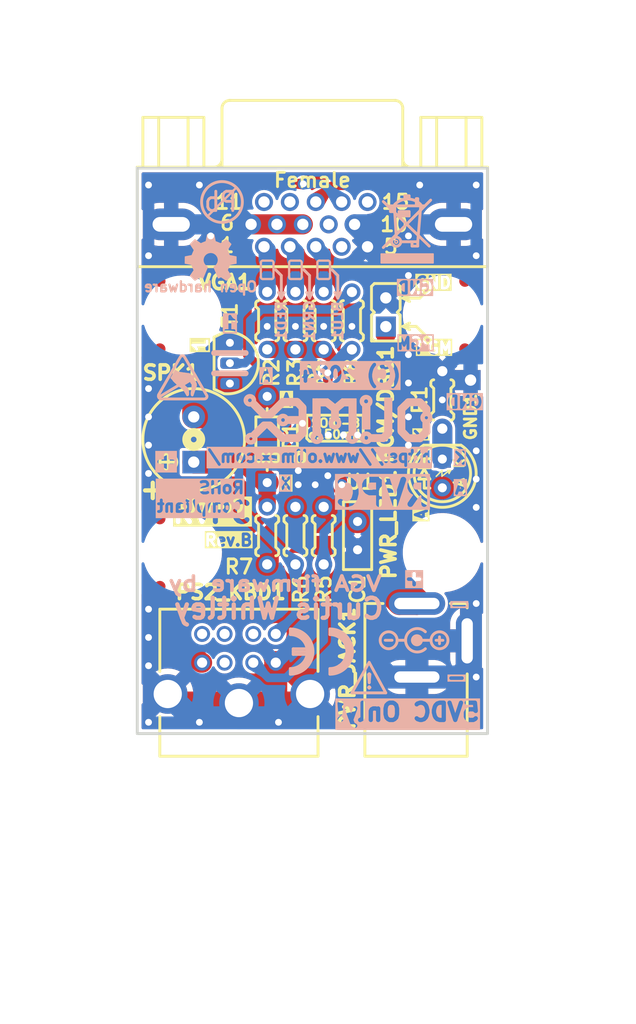
<source format=kicad_pcb>
(kicad_pcb (version 20221018) (generator pcbnew)
  (title_block (title "RVPC") (date "2024-09-13") (rev "B") (company "OLIMEX LTD.") (comment 1 "https://www.olimex.com/"))
  (layers (0 "F.Cu" signal) (31 "B.Cu" signal) (34 "B.Paste" user) (35 "F.Paste" user) (36 "B.SilkS" user "B.Silkscreen") (37 "F.SilkS" user "F.Silkscreen") (38 "B.Mask" user) (39 "F.Mask" user) (44 "Edge.Cuts" user))
  (net 0 "")
  (net 1 "+5V")
  (net 2 "GND")
  (net 3 "Net-(D1-K)")
  (net 4 "Net-(D1-A)")
  (net 11 "/PD1\\SWIO\\KBD_CLK")
  (net 12 "/PA2\\KBD_DAT")
  (net 17 "Net-(PWR_LED1-K)")
  (net 18 "/PC2\\T2CH2_1\\Video_Out")
  (net 19 "Net-(T1-B)")
  (net 20 "/PC4\\T1CH4_2\\Audio")
  (net 21 "/PD6\\T2CH3_3\\VSync")
  (net 22 "/PC1\\T2CH4_1\\HSync")
  (net 28 "Net-(R2-Pad1)")
  (net 29 "Net-(VGA1-Blue)")
  (net 30 "Net-(VGA1-Green)")
  (net 31 "Net-(VGA1-Red)")
  (net 32 "Net-(BLU1-Pad2)")
  (net 33 "Net-(GRN1-Pad2)")
  (footprint "OLIMEX_Diodes-FP:DO35_1K_2A" (layer "F.Cu") (at 141.5 94 90)
    (fp_text reference "D1")
    (fp_text value "1N4148/DO35")
  )
  (footprint "OLIMEX_Transistors-FP:TO-92_PTH" (layer "F.Cu") (at 138.2 87.25 90)
    (fp_text reference "T1")
    (fp_text value "2N3904")
  )
  (footprint "OLIMEX_Other-FP:Fiducial1x3_Paste" (layer "F.Cu") (at 132 86)
    (fp_text reference "FID5" hide)
    (fp_text value "Fiducial" hide)
  )
  (footprint "OLIMEX_Other-FP:Mounting_Hole_Drill-3.3mm_Clerance-7mm" (layer "F.Cu") (at 157 83)
    (fp_text reference "MH3" hide)
    (fp_text value "Mounting_Hole_NPTH" hide)
  )
  (footprint "OLIMEX_RLC-FP:R_0.125W_PTH" (layer "F.Cu") (at 157 90.5 90)
    (fp_text reference "R1")
    (fp_text value "2k/1/8W")
  )
  (footprint "OLIMEX_RLC-FP:R_0.125W_PTH" (layer "F.Cu") (at 149 83.5 -90)
    (fp_text reference "R8")
    (fp_text value "2k/1/8W")
  )
  (footprint "OLIMEX_Other-FP:Fiducial1x3" (layer "F.Cu") (at 132 80)
    (fp_text reference "FID2" hide)
    (fp_text value "Fiducial" hide)
  )
  (footprint "OLIMEX_RLC-FP:R_0.125W_PTH" (layer "F.Cu") (at 141.5 83.5 -90)
    (fp_text reference "R2")
    (fp_text value "470R/1/8W")
  )
  (footprint "OLIMEX_Connectors-FP:VGA15-F(HDR15-3.08-14.5T)_DrillSlot" (layer "F.Cu") (at 145.5 71.37 180)
    (fp_text reference "VGA1")
    (fp_text value "HDR15-3.08-14.5T/VGA15/14.5mm")
  )
  (footprint "OLIMEX_Other-FP:TEST_PAD40x70_SQUARE" (layer "F.Cu") (at 159.5 88.75 90)
    (fp_text reference "GND1")
    (fp_text value "TESTPAD" hide)
  )
  (footprint "OLIMEX_Other-FP:Fiducial1x3" (layer "F.Cu") (at 132 107)
    (fp_text reference "FID1" hide)
    (fp_text value "Fiducial" hide)
  )
  (footprint "OLIMEX_RLC-FP:R_0.125W_PTH" (layer "F.Cu") (at 146.5 83.5 -90)
    (fp_text reference "R4")
    (fp_text value "470R/1/8W")
  )
  (footprint "OLIMEX_Connectors-FP:PWRJ-2mm(YDJ-1136)" (layer "F.Cu") (at 159.5 108.5 90)
    (fp_text reference "PWR_JACK1")
    (fp_text value "PWRJ-2mm(YDJ-1134)")
  )
  (footprint "OLIMEX_Other-FP:Mounting_Hole_Drill-3.3mm_Clerance-7mm" (layer "F.Cu") (at 134 83)
    (fp_text reference "MH2" hide)
    (fp_text value "Mounting_Hole_NPTH" hide)
  )
  (footprint "OLIMEX_Other-FP:Mounting_Hole_Drill-3.3mm_Clerance-7mm" (layer "F.Cu") (at 157 104)
    (fp_text reference "MH4" hide)
    (fp_text value "Mounting_Hole_NPTH" hide)
  )
  (footprint "OLIMEX_RLC-FP:R_0.125W_PTH" (layer "F.Cu") (at 144 83.5 -90)
    (fp_text reference "R3")
    (fp_text value "470R/1/8W")
  )
  (footprint "OLIMEX_RLC-FP:C2010" (layer "F.Cu") (at 149.5 102.5 90)
    (fp_text reference "C1")
    (fp_text value "100nF/25V/2010")
  )
  (footprint "OLIMEX_RLC-FP:R_0.125W_PTH" (layer "F.Cu") (at 146.5 102.5 -90)
    (fp_text reference "R5")
    (fp_text value "2k/1/8W")
  )
  (footprint "OLIMEX_IC-FP:SOIC-8_150mil" (layer "F.Cu") (at 147.5 93)
    (fp_text reference "U1")
    (fp_text value "CH32V003J4M6(SOP8)")
  )
  (footprint "OLIMEX_RLC-FP:R_0.125W_PTH" (layer "F.Cu") (at 141.5 102.5 90)
    (fp_text reference "R7")
    (fp_text value "100R/1/8W")
  )
  (footprint "OLIMEX_Connectors-FP:PS2_MDR6_MINI-DIN" (layer "F.Cu") (at 139 115.5)
    (fp_text reference "PS2_KBD1")
    (fp_text value "MDR6_MINI-DIN")
  )
  (footprint "OLIMEX_Other-FP:Fiducial1x3_Paste" (layer "F.Cu") (at 159 86)
    (fp_text reference "FID6" hide)
    (fp_text value "Fiducial" hide)
  )
  (footprint "OLIMEX_Other-FP:Mounting_Hole_Drill-3.3mm_Clerance-7mm" (layer "F.Cu") (at 134 104)
    (fp_text reference "MH1" hide)
    (fp_text value "Mounting_Hole_NPTH" hide)
  )
  (footprint "OLIMEX_Other-FP:Fiducial1x3_Paste" (layer "F.Cu") (at 132 101)
    (fp_text reference "FID4" hide)
    (fp_text value "Fiducial" hide)
  )
  (footprint "OLIMEX_RLC-FP:R_0.125W_PTH" (layer "F.Cu") (at 144 102.5 -90)
    (fp_text reference "R6")
    (fp_text value "2k/1/8W")
  )
  (footprint "OLIMEX_Other-FP:Fiducial1x3" (layer "F.Cu") (at 159 80)
    (fp_text reference "FID3" hide)
    (fp_text value "Fiducial" hide)
  )
  (footprint "OLIMEX_LEDs-FP:LED-5mm-PTH-KA" (layer "F.Cu") (at 157 97 -90)
    (fp_text reference "PWR_LED1")
    (fp_text value "LED/PTH/5MM/RED")
  )
  (footprint "OLIMEX_Devices-FP:Speaker_QMB-09B-03_1-Plus_2-Minus" (layer "F.Cu") (at 135 94 90)
    (fp_text reference "SPK1")
    (fp_text value "Speaker_QMB-09B-03(1.5-5.0V_2.7kHz_F9.0mm*H5.5mm)")
  )
  (footprint "OLIMEX_Connectors-FP:HN1x2" (layer "F.Cu") (at 152 82.75 90)
    (fp_text reference "PGM/DBG1")
    (fp_text value "NS(HN1x2)")
  )
  (footprint "OLIMEX_Signs-FP:Logo_OLIMEX_TB" (layer "B.Cu") (at 147.6 92.2 180)
    (fp_text reference "Logo_OLIMEX_TB" hide)
    (fp_text value "Logo_OLIMEX_TB" hide)
  )
  (footprint "OLIMEX_Jumpers-FP:SJ_1_SMALLER" (layer "B.Cu") (at 141.5 79 -90)
    (fp_text reference "RED1")
    (fp_text value "Opened" hide)
  )
  (footprint "OLIMEX_Jumpers-FP:SJ_1_SMALLER" (layer "B.Cu") (at 146.5 79 -90)
    (fp_text reference "BLU1")
    (fp_text value "Opened" hide)
  )
  (footprint "OLIMEX_Signs-FP:Sign_RecycleBin_1" (layer "B.Cu") (at 156.2225 78.423 180)
    (fp_text reference "Sign_RecycleBin_1" hide)
    (fp_text value "Sign_RecycleBin_1" hide)
  )
  (footprint "OLIMEX_Signs-FP:Sign_Antistatic_4.5mmX2.8mm" (layer "B.Cu") (at 134 88.5 180)
    (fp_text reference "Sign_Antistatic_Small")
    (fp_text value "Sign_Antistatic")
  )
  (footprint "OLIMEX_Jumpers-FP:SJ_1_SMALLER" (layer "B.Cu") (at 144 79 -90)
    (fp_text reference "GRN1")
    (fp_text value "Soldered" hide)
  )
  (footprint "OLIMEX_Signs-FP:Sign_PB-Free" (layer "B.Cu") (at 137.2968 73.31496 180)
    (fp_text reference "Sign_PB-Free")
    (fp_text value "Sign_PB-Free")
  )
  (footprint "OLIMEX_Signs-FP:Sign_OSHW_7.3x6.0mmn" (layer "B.Cu") (at 136.5 78.6 180)
    (fp_text reference "Sign_OSHW_7.3x6.0mm" hide)
    (fp_text value "Sign_OSHW_7.3x6.0mm" hide)
  )
  (footprint "OLIMEX_Signs-FP:CE_Sign" (layer "B.Cu") (at 145.3 112.75 180)
    (fp_text reference "Sign_CE" hide)
    (fp_text value "CE_Sign" hide)
  )
  (gr_circle (center 156.75 111.75) (end 157.5 111.75) (stroke (width 0.254)) (fill none) (layer "B.SilkS"))
  (gr_line (start 147.75 81.5) (end 147.75 79.5) (stroke (width 0.254)) (layer "B.SilkS"))
  (gr_line (start 155.15 111.75) (end 156 111.75) (stroke (width 0.254)) (layer "B.SilkS"))
  (gr_line (start 142.75 81.5) (end 143 81) (stroke (width 0.254)) (layer "B.SilkS"))
  (gr_line (start 156.45 111.75) (end 157.05 111.75) (stroke (width 0.254)) (layer "B.SilkS"))
  (gr_line (start 151.95 111.75) (end 152.55 111.75) (stroke (width 0.254)) (layer "B.SilkS"))
  (gr_line (start 139.6 88.15) (end 136.8 88.15) (stroke (width 0.508)) (layer "B.SilkS"))
  (gr_line (start 139.6 86.35) (end 136.8 86.35) (stroke (width 0.508)) (layer "B.SilkS"))
  (gr_line (start 145.25 81.5) (end 145 81) (stroke (width 0.254)) (layer "B.SilkS"))
  (gr_line (start 142.75 81.5) (end 142.75 79.5) (stroke (width 0.254)) (layer "B.SilkS"))
  (gr_line (start 156.75 111.45) (end 156.75 112.05) (stroke (width 0.254)) (layer "B.SilkS"))
  (gr_circle (center 154.75 111.75) (end 155.15 111.75) (stroke (width 0.254)) (fill solid) (layer "B.SilkS"))
  (gr_line (start 147.25 79) (end 147.75 79.5) (stroke (width 0.254)) (layer "B.SilkS"))
  (gr_line (start 145.25 81.5) (end 145.25 79.5) (stroke (width 0.254)) (layer "B.SilkS"))
  (gr_line (start 149 116.4) (end 152 116.4) (stroke (width 0.254)) (layer "B.SilkS"))
  (gr_line (start 145.25 81.5) (end 145.5 81) (stroke (width 0.254)) (layer "B.SilkS"))
  (gr_arc (start 155.5 112.5) (mid 153.749976 111.75) (end 155.5 111) (stroke (width 0.254)) (layer "B.SilkS"))
  (gr_line (start 150.525 113.7) (end 149 116.4) (stroke (width 0.254)) (layer "B.SilkS"))
  (gr_line (start 142.25 79) (end 142.75 79.5) (stroke (width 0.254)) (layer "B.SilkS"))
  (gr_line (start 147.75 81.5) (end 147.5 81) (stroke (width 0.254)) (layer "B.SilkS"))
  (gr_line (start 142.75 81.5) (end 142.5 81) (stroke (width 0.254)) (layer "B.SilkS"))
  (gr_line (start 147.75 81.5) (end 148 81) (stroke (width 0.254)) (layer "B.SilkS"))
  (gr_line (start 153 111.75) (end 153.75 111.75) (stroke (width 0.254)) (layer "B.SilkS"))
  (gr_circle (center 152.25 111.75) (end 153 111.75) (stroke (width 0.254)) (fill none) (layer "B.SilkS"))
  (gr_line (start 152 116.4) (end 150.525 113.7) (stroke (width 0.254)) (layer "B.SilkS"))
  (gr_line (start 144.75 79) (end 145.25 79.5) (stroke (width 0.254)) (layer "B.SilkS"))
  (gr_line (start 153.5 81.5) (end 154.1 81.8) (stroke (width 0.254)) (layer "F.SilkS"))
  (gr_line (start 153.5 84) (end 154.1 84.3) (stroke (width 0.254)) (layer "F.SilkS"))
  (gr_line (start 153.5 81.5) (end 155 81.5) (stroke (width 0.254)) (layer "F.SilkS"))
  (gr_line (start 154.7 84) (end 155.9 85.2) (stroke (width 0.254)) (layer "F.SilkS"))
  (gr_line (start 153.5 84) (end 154.1 83.7) (stroke (width 0.254)) (layer "F.SilkS"))
  (gr_line (start 153.5 84) (end 154.7 84) (stroke (width 0.254)) (layer "F.SilkS"))
  (gr_line (start 155.5 84.8) (end 155.5 85.1) (stroke (width 0.254)) (layer "F.SilkS"))
  (gr_line (start 155 81.5) (end 155.7 80.8) (stroke (width 0.254)) (layer "F.SilkS"))
  (gr_line (start 155.4 81.1) (end 155.4 80.9) (stroke (width 0.254)) (layer "F.SilkS"))
  (gr_line (start 153.5 81.5) (end 154.1 81.2) (stroke (width 0.254)) (layer "F.SilkS"))
  (gr_rect (start 130 70) (end 161 120) (stroke (width 0.254)) (fill none) (layer "Edge.Cuts"))
  (gr_text "+" (at 133.75 96.75) (layer "B.SilkS" knockout) (effects (font (size 1.524 1.524) (thickness 0.381) bold) (justify left bottom mirror)))
  (gr_text "RoHS\nCompliant" (at 139.6 100.5) (layer "B.SilkS" knockout) (effects (font (size 1.016 1.016) (thickness 0.254) bold) (justify left bottom mirror)))
  (gr_text "Curtis Whitley" (at 152 110) (layer "B.SilkS") (effects (font (size 1.778 1.778) (thickness 0.381) bold) (justify left bottom mirror)))
  (gr_text "VGA firmware by" (at 151.8 107.5) (layer "B.SilkS") (effects (font (size 1.27 1.524) (thickness 0.3175) bold) (justify left bottom mirror)))
  (gr_text "-" (at 159.5 109.25) (layer "B.SilkS" knockout) (effects (font (size 1.27 1.27) (thickness 0.3175) bold) (justify left bottom mirror)))
  (gr_text "(C) 2024" (at 153.5 89) (layer "B.SilkS" knockout) (effects (font (size 1.27 1.27) (thickness 0.3175) bold) (justify left bottom mirror)))
  (gr_text "-" (at 159.25 115.75) (layer "B.SilkS" knockout) (effects (font (size 1.27 1.27) (thickness 0.3175) bold) (justify left bottom mirror)))
  (gr_text "RVPC" (at 156.25 100) (layer "B.SilkS" knockout) (effects (font (size 2.159 2.159) (thickness 0.508) bold) (justify left bottom mirror)))
  (gr_text "GND" (at 156.3 81.2) (layer "B.SilkS" knockout) (effects (font (size 1.016 1.016) (thickness 0.254) bold) (justify left bottom mirror)))
  (gr_text "!" (at 151 116.15) (layer "B.SilkS") (effects (font (size 1.27 1.27) (thickness 0.254) bold) (justify left bottom mirror)))
  (gr_text "+" (at 155.5 107) (layer "B.SilkS" knockout) (effects (font (size 1.27 1.27) (thickness 0.3175) bold) (justify left bottom mirror)))
  (gr_text "5VDC Only!" (at 160.5 119) (layer "B.SilkS" knockout) (effects (font (size 1.524 1.524) (thickness 0.381) bold) (justify left bottom mirror)))
  (gr_text "PGM" (at 156.4 86.1) (layer "B.SilkS" knockout) (effects (font (size 1.016 1.016) (thickness 0.254) bold) (justify left bottom mirror)))
  (gr_text "https://www.olimex.com/" (at 156.25 96.1) (layer "B.SilkS" knockout) (effects (font (size 1.016 1.016) (thickness 0.254) bold) (justify left bottom mirror)))
  (gr_text "A" (at 159.2 98.9) (layer "B.SilkS" knockout) (effects (font (size 1.016 1.016) (thickness 0.254) bold) (justify left bottom mirror)))
  (gr_text "A" (at 142 89) (layer "B.SilkS" knockout) (effects (font (size 1.016 1.016) (thickness 0.254) bold) (justify left bottom mirror)))
  (gr_text "K" (at 143.8 98.5) (layer "B.SilkS" knockout) (effects (font (size 1.016 1.016) (thickness 0.254) bold) (justify left bottom mirror)))
  (gr_text "K" (at 159.25 96.25) (layer "B.SilkS" knockout) (effects (font (size 1.016 1.016) (thickness 0.254) bold) (justify left bottom mirror)))
  (gr_text "GND" (at 160.7 91.3) (layer "B.SilkS" knockout) (effects (font (size 1.016 1.016) (thickness 0.254) bold) (justify left bottom mirror)))
  (gr_text "RVPC" (at 132.9 101.5) (layer "F.SilkS" knockout) (effects (font (size 1.778 1.778) (thickness 0.4445) bold) (justify left bottom)))
  (gr_text "A" (at 155.75 101.25 90) (layer "F.SilkS" knockout) (effects (font (size 1.016 1.016) (thickness 0.254) bold) (justify left bottom)))
  (gr_text "GND" (at 154.5 80.75) (layer "F.SilkS" knockout) (effects (font (size 1.016 1.016) (thickness 0.254) bold) (justify left bottom)))
  (gr_text "PGM" (at 154.5 86.5) (layer "F.SilkS" knockout) (effects (font (size 1.016 1.016) (thickness 0.254) bold) (justify left bottom)))
  (gr_text "K" (at 142.5 98.5) (layer "F.SilkS" knockout) (effects (font (size 1.016 1.016) (thickness 0.254) bold) (justify left bottom)))
  (gr_text "A" (at 142.6 91.1) (layer "F.SilkS" knockout) (effects (font (size 1.016 1.016) (thickness 0.254) bold) (justify left bottom)))
  (gr_text "Rev.B" (at 135.825 103.5) (layer "F.SilkS" knockout) (effects (font (size 1.016 1.016) (thickness 0.254) bold) (justify left bottom)))
  (gr_text "K" (at 155.75 94.25 90) (layer "F.SilkS" knockout) (effects (font (size 1.016 1.016) (thickness 0.254) bold) (justify left bottom)))
  (segment (start 139.21 105.04) (end 133.892 110.358) (width 1.778) (layer "F.Cu") (net 1))
  (segment (start 133.892 111.955467) (end 135.666533 113.73) (width 1.778) (layer "F.Cu") (net 1))
  (segment (start 154.75 108.13659) (end 152.61341 106) (width 2.032) (layer "F.Cu") (net 1))
  (segment (start 151 101.25) (end 152.5 101.25) (width 2.032) (layer "F.Cu") (net 1))
  (segment (start 144 99.96) (end 146.5 99.96) (width 2.032) (layer "F.Cu") (net 1))
  (segment (start 149.405 98.305) (end 147.75 99.96) (width 0.762) (layer "F.Cu") (net 1))
  (segment (start 141.5 103.96237) (end 144.21237 101.25) (width 2.032) (layer "F.Cu") (net 1))
  (segment (start 146.25 101.25) (end 149.5 101.25) (width 2.032) (layer "F.Cu") (net 1))
  (segment (start 149.405 95.5) (end 149.405 94.743) (width 0.762) (layer "F.Cu") (net 1))
  (segment (start 157 98.27) (end 155.48 98.27) (width 2.032) (layer "F.Cu") (net 1))
  (segment (start 152.483999 103.5) (end 152.483999 106) (width 2.032) (layer "F.Cu") (net 1))
  (segment (start 135.666533 113.73) (end 135.74 113.73) (width 1.778) (layer "F.Cu") (net 1))
  (segment (start 141.5 105.04) (end 139.21 105.04) (width 1.778) (layer "F.Cu") (net 1))
  (segment (start 144 100.25) (end 144 99.96) (width 1.778) (layer "F.Cu") (net 1))
  (segment (start 155.48 98.27) (end 151.25 98.27) (width 2.032) (layer "F.Cu") (net 1))
  (segment (start 152.483999 102.129411) (end 152.483999 102.733999) (width 2.032) (layer "F.Cu") (net 1))
  (segment (start 154.75 108.5) (end 154.75 108.13659) (width 2.032) (layer "F.Cu") (net 1))
  (segment (start 149.405 96.425) (end 149.405 97.425) (width 0.762) (layer "F.Cu") (net 1))
  (segment (start 155.48 98.27) (end 154 99.75) (width 2.032) (layer "F.Cu") (net 1))
  (segment (start 149.405 95.5) (end 149.405 97.75) (width 0.762) (layer "F.Cu") (net 1))
  (segment (start 141.5 103.75) (end 141.5 105.04) (width 2.032) (layer "F.Cu") (net 1))
  (segment (start 157 98.27) (end 156.34341 98.27) (width 2.032) (layer "F.Cu") (net 1))
  (segment (start 148.21 99.96) (end 149.5 101.25) (width 2.032) (layer "F.Cu") (net 1))
  (segment (start 153.2 108.5) (end 154.75 108.5) (width 2.032) (layer "F.Cu") (net 1))
  (segment (start 149.405 95.5) (end 149.405 96.425) (width 0.762) (layer "F.Cu") (net 1))
  (segment (start 156.34341 98.27) (end 152.483999 102.129411) (width 2.032) (layer "F.Cu") (net 1))
  (segment (start 133.892 110.358) (end 133.892 111.955467) (width 1.778) (layer "F.Cu") (net 1))
  (segment (start 152.483999 102.733999) (end 151 101.25) (width 2.032) (layer "F.Cu") (net 1))
  (segment (start 147.75 99.96) (end 148.21 99.96) (width 2.032) (layer "F.Cu") (net 1))
  (segment (start 149.5 101.25) (end 151 101.25) (width 2.032) (layer "F.Cu") (net 1))
  (segment (start 149.405 97.75) (end 149.405 101.155) (width 0.762) (layer "F.Cu") (net 1))
  (segment (start 149.405 97.425) (end 150.25 98.27) (width 0.762) (layer "F.Cu") (net 1))
  (segment (start 139.21 105.04) (end 144 100.25) (width 1.778) (layer "F.Cu") (net 1))
  (segment (start 154 99.75) (end 152.5 101.25) (width 2.032) (layer "F.Cu") (net 1))
  (segment (start 153.79 99.96) (end 154 99.75) (width 2.032) (layer "F.Cu") (net 1))
  (segment (start 151.25 98.27) (end 150.25 98.27) (width 2.032) (layer "F.Cu") (net 1))
  (segment (start 144 99.96) (end 144 101.25) (width 2.032) (layer "F.Cu") (net 1))
  (segment (start 152.483999 106) (end 152.483999 107.783999) (width 2.032) (layer "F.Cu") (net 1))
  (segment (start 152.483999 103.5) (end 152.483999 102.733999) (width 2.032) (layer "F.Cu") (net 1))
  (segment (start 144.21237 101.25) (end 146.25 101.25) (width 2.032) (layer "F.Cu") (net 1))
  (segment (start 146.5 99.96) (end 147.75 99.96) (width 2.032) (layer "F.Cu") (net 1))
  (segment (start 146.5 99.96) (end 153.79 99.96) (width 2.032) (layer "F.Cu") (net 1))
  (segment (start 149.405 97.75) (end 149.405 98.305) (width 0.762) (layer "F.Cu") (net 1))
  (segment (start 152.5 101.25) (end 152.483999 101.266001) (width 2.032) (layer "F.Cu") (net 1))
  (segment (start 152.483999 101.266001) (end 152.483999 103.5) (width 2.032) (layer "F.Cu") (net 1))
  (segment (start 152.483999 107.783999) (end 153.2 108.5) (width 2.032) (layer "F.Cu") (net 1))
  (segment (start 141.5 105.04) (end 141.5 103.96237) (width 2.032) (layer "F.Cu") (net 1))
  (segment (start 149.405 101.155) (end 149.5 101.25) (width 0.762) (layer "F.Cu") (net 1))
  (segment (start 144 101.25) (end 141.5 103.75) (width 2.032) (layer "F.Cu") (net 1))
  (segment (start 144 101.25) (end 146.25 101.25) (width 2.032) (layer "F.Cu") (net 1))
  (segment (start 149.405 96.425) (end 151.25 98.27) (width 0.762) (layer "F.Cu") (net 1))
  (segment (start 142.26 113.73) (end 145 113.73) (width 2.032) (layer "F.Cu") (net 2))
  (segment (start 142.25 117.3) (end 139 117.3) (width 2.032) (layer "F.Cu") (net 2))
  (segment (start 154.75 115) (end 149.5 115) (width 2.032) (layer "F.Cu") (net 2))
  (segment (start 144.5 117.3) (end 142.25 117.3) (width 2.032) (layer "F.Cu") (net 2))
  (segment (start 148.07 113.73) (end 148.15 113.65) (width 2.032) (layer "F.Cu") (net 2))
  (segment (start 135.5 117.3) (end 139 117.3) (width 2.032) (layer "F.Cu") (net 2))
  (segment (start 160 119) (end 160 116.6) (width 1.016) (layer "F.Cu") (net 2))
  (segment (start 149.95 111.8) (end 149.5 112.25) (width 2.032) (layer "F.Cu") (net 2))
  (segment (start 160 71.5) (end 160 77.75) (width 1.016) (layer "F.Cu") (net 2))
  (segment (start 146.865 93.635) (end 146.9 93.6) (width 1.016) (layer "F.Cu") (net 2))
  (segment (start 149.235 74.98) (end 150.38 76.125) (width 1.778) (layer "F.Cu") (net 2))
  (segment (start 154.7 119) (end 160 119) (width 1.016) (layer "F.Cu") (net 2))
  (segment (start 154.7 119) (end 154.75 118.95) (width 1.016) (layer "F.Cu") (net 2))
  (segment (start 145.3 114.03) (end 145 113.73) (width 2.032) (layer "F.Cu") (net 2))
  (segment (start 149.5 103.75) (end 149.5 109.5) (width 2.032) (layer "F.Cu") (net 2))
  (segment (start 160 115) (end 160 108.5) (width 1.016) (layer "F.Cu") (net 2))
  (segment (start 159.2 114.3) (end 158.5 115) (width 2.032) (layer "F.Cu") (net 2))
  (segment (start 146.065008 98) (end 146.865006 97.200002) (width 1.016) (layer "F.Cu") (net 2))
  (segment (start 144.25 98) (end 144.25 96.75) (width 1.016) (layer "F.Cu") (net 2))
  (segment (start 131 119) (end 154.7 119) (width 1.016) (layer "F.Cu") (net 2))
  (segment (start 148.15 113.65) (end 149.5 112.3) (width 2.032) (layer "F.Cu") (net 2))
  (segment (start 160 116.5) (end 158.5 115) (width 1.016) (layer "F.Cu") (net 2))
  (segment (start 149.5 115) (end 146.8 115) (width 2.032) (layer "F.Cu") (net 2))
  (segment (start 145.5 98) (end 145.75 98) (width 1.016) (layer "F.Cu") (net 2))
  (segment (start 146.9 93.6) (end 147.5 93.6) (width 1.016) (layer "F.Cu") (net 2))
  (segment (start 157 87.96) (end 157.79 88.75) (width 1.778) (layer "F.Cu") (net 2))
  (segment (start 145 97.5) (end 145.043 97.543) (width 1.016) (layer "F.Cu") (net 2))
  (segment (start 146.8 115) (end 148.15 113.65) (width 2.032) (layer "F.Cu") (net 2))
  (segment (start 156.25 88.75) (end 156.23 88.73) (width 1.778) (layer "F.Cu") (net 2))
  (segment (start 145.3 116.5) (end 144.5 117.3) (width 2.032) (layer "F.Cu") (net 2))
  (segment (start 146.8 115) (end 145.3 116.5) (width 2.032) (layer "F.Cu") (net 2))
  (segment (start 149.5 112.25) (end 149.5 115) (width 2.032) (layer "F.Cu") (net 2))
  (segment (start 150.38 76.125) (end 150.38 76.96) (width 1.778) (layer "F.Cu") (net 2))
  (segment (start 146.522008 97.543) (end 146.865006 97.200002) (width 1.016) (layer "F.Cu") (net 2))
  (segment (start 154.75 115) (end 154.75 112.05) (width 2.032) (layer "F.Cu") (net 2))
  (segment (start 132.7 116.5) (end 133.5 117.3) (width 2.032) (layer "F.Cu") (net 2))
  (segment (start 154.75 112.05) (end 154.5 111.8) (width 2.032) (layer "F.Cu") (net 2))
  (segment (start 154.75 118.95) (end 154.75 115) (width 1.016) (layer "F.Cu") (net 2))
  (segment (start 131 71.5) (end 135.5 71.5) (width 1.016) (layer "F.Cu") (net 2))
  (segment (start 151.8 111.8) (end 149.5 109.5) (width 2.032) (layer "F.Cu") (net 2))
  (segment (start 145.3 116.5) (end 145.3 114.03) (width 2.032) (layer "F.Cu") (net 2))
  (segment (start 131 114) (end 131 119) (width 1.016) (layer "F.Cu") (net 2))
  (segment (start 154.5 111.8) (end 152.5 111.8) (width 2.032) (layer "F.Cu") (net 2))
  (segment (start 146.865006 97.065006) (end 146.865006 97.200002) (width 0.762) (layer "F.Cu") (net 2))
  (segment (start 142.26 117.29) (end 142.25 117.3) (width 2.032) (layer "F.Cu") (net 2))
  (segment (start 146.865 96.885) (end 145.75 98) (width 1.016) (layer "F.Cu") (net 2))
  (segment (start 133.5 117.3) (end 135.5 117.3) (width 2.032) (layer "F.Cu") (net 2))
  (segment (start 142.26 113.73) (end 142.26 117.29) (width 2.032) (layer "F.Cu") (net 2))
  (segment (start 151.36 93.6) (end 156.23 88.73) (width 1.016) (layer "F.Cu") (net 2))
  (segment (start 146.865 95.5) (end 146.865 94.235) (width 1.016) (layer "F.Cu") (net 2))
  (segment (start 159.2 111.8) (end 159.2 114.3) (width 2.032) (layer "F.Cu") (net 2))
  (segment (start 146.865 95.5) (end 146.865 96.885) (width 1.016) (layer "F.Cu") (net 2))
  (segment (start 142.5 117.55) (end 142.25 117.3) (width 1.016) (layer "F.Cu") (net 2))
  (segment (start 142.5 119) (end 142.5 117.55) (width 1.016) (layer "F.Cu") (net 2))
  (segment (start 152.5 111.8) (end 151.8 111.8) (width 2.032) (layer "F.Cu") (net 2))
  (segment (start 144.25 96.75) (end 145 97.5) (width 1.016) (layer "F.Cu") (net 2))
  (segment (start 144.25 98) (end 146.065008 98) (width 1.016) (layer "F.Cu") (net 2))
  (segment (start 145.043 97.543) (end 146.522008 97.543) (width 1.016) (layer "F.Cu") (net 2))
  (segment (start 131 71.5) (end 131 77.75) (width 1.016) (layer "F.Cu") (net 2))
  (segment (start 152.5 111.8) (end 149.95 111.8) (width 2.032) (layer "F.Cu") (net 2))
  (segment (start 149.5 112.3) (end 149.5 112.25) (width 2.032) (layer "F.Cu") (net 2))
  (segment (start 156.23 88.73) (end 157 87.96) (width 1.778) (layer "F.Cu") (net 2))
  (segment (start 158.5 115) (end 154.75 115) (width 2.032) (layer "F.Cu") (net 2))
  (segment (start 146.865 95.5) (end 146.865 97.199996) (width 1.016) (layer "F.Cu") (net 2))
  (segment (start 160 116.6) (end 160 116.5) (width 1.016) (layer "F.Cu") (net 2))
  (segment (start 155 71.5) (end 160 71.5) (width 1.016) (layer "F.Cu") (net 2))
  (segment (start 146.865 95.5) (end 146.865 93.635) (width 1.016) (layer "F.Cu") (net 2))
  (segment (start 145 97.5) (end 145.5 98) (width 1.016) (layer "F.Cu") (net 2))
  (segment (start 146.865 94.235) (end 147.5 93.6) (width 1.016) (layer "F.Cu") (net 2))
  (segment (start 135.5 119) (end 135.5 117.3) (width 1.016) (layer "F.Cu") (net 2))
  (segment (start 159.2 111.8) (end 154.5 111.8) (width 2.032) (layer "F.Cu") (net 2))
  (segment (start 144.655 74.98) (end 140.075 74.98) (width 1.778) (layer "F.Cu") (net 2))
  (segment (start 147.5 93.6) (end 151.36 93.6) (width 1.016) (layer "F.Cu") (net 2))
  (segment (start 149.5 109.5) (end 149.5 112.25) (width 2.032) (layer "F.Cu") (net 2))
  (segment (start 160 116.6) (end 160 115) (width 1.016) (layer "F.Cu") (net 2))
  (segment (start 157.79 88.75) (end 156.25 88.75) (width 1.778) (layer "F.Cu") (net 2))
  (segment (start 131 114) (end 131 109) (width 1.016) (layer "F.Cu") (net 2))
  (segment (start 146.865 97.199996) (end 146.865006 97.200002) (width 1.016) (layer "F.Cu") (net 2))
  (segment (start 145 113.73) (end 148.07 113.73) (width 2.032) (layer "F.Cu") (net 2))
  (segment (start 157.79 88.75) (end 159.5 88.75) (width 1.778) (layer "F.Cu") (net 2))
  (via (at 146.5 84) (size 1) (drill 0.6) (layers "F.Cu" "B.Cu") (net 2))
  (via (at 131 97) (size 1) (drill 0.6) (layers "F.Cu" "B.Cu") (net 2))
  (via (at 131 111.5) (size 1) (drill 0.6) (layers "F.Cu" "B.Cu") (net 2))
  (via (at 154 92) (size 1) (drill 0.6) (layers "F.Cu" "B.Cu") (net 2))
  (via (at 142.5 119) (size 1) (drill 0.6) (layers "F.Cu" "B.Cu") (net 2))
  (via (at 160 97.5) (size 1) (drill 0.6) (layers "F.Cu" "B.Cu") (net 2))
  (via (at 136.5 76) (size 1) (drill 0.6) (layers "F.Cu" "B.Cu") (net 2))
  (via (at 160 108.5) (size 1) (drill 0.6) (layers "F.Cu" "B.Cu") (net 2))
  (via (at 154 86.5) (size 1) (drill 0.6) (layers "F.Cu" "B.Cu") (net 2))
  (via (at 131 92) (size 1) (drill 0.6) (layers "F.Cu" "B.Cu") (net 2))
  (via (at 160 77.75) (size 1) (drill 0.6) (layers "F.Cu" "B.Cu") (net 2))
  (via (at 160 95) (size 1) (drill 0.6) (layers "F.Cu" "B.Cu") (net 2))
  (via (at 154 89) (size 1) (drill 0.6) (layers "F.Cu" "B.Cu") (net 2))
  (via (at 155 71.5) (size 1) (drill 0.6) (layers "F.Cu" "B.Cu") (net 2))
  (via (at 149 84) (size 1) (drill 0.6) (layers "F.Cu" "B.Cu") (net 2))
  (via (at 144.25 96.75) (size 1) (drill 0.6) (layers "F.Cu" "B.Cu") (net 2))
  (via (at 145.75 98) (size 1) (drill 0.6) (layers "F.Cu" "B.Cu") (net 2))
  (via (at 157 90.5) (size 1) (drill 0.6) (layers "F.Cu" "B.Cu") (net 2))
  (via (at 131 114) (size 1) (drill 0.6) (layers "F.Cu" "B.Cu") (net 2))
  (via (at 154 76) (size 1) (drill 0.6) (layers "F.Cu" "B.Cu") (net 2))
  (via (at 135.5 71.5) (size 1) (drill 0.6) (layers "F.Cu" "B.Cu") (net 2))
  (via (at 148.25 93.6) (size 1) (drill 0.6) (layers "F.Cu" "B.Cu") (net 2))
  (via (at 154 94.5) (size 1) (drill 0.6) (layers "F.Cu" "B.Cu") (net 2))
  (via (at 141.5 84) (size 1) (drill 0.6) (layers "F.Cu" "B.Cu") (net 2))
  (via (at 160 71.5) (size 1) (drill 0.6) (layers "F.Cu" "B.Cu") (net 2))
  (via (at 131 71.5) (size 1) (drill 0.6) (layers "F.Cu" "B.Cu") (net 2))
  (via (at 149.5 93.6) (size 1) (drill 0.6) (layers "F.Cu" "B.Cu") (net 2))
  (via (at 144.25 98) (size 1) (drill 0.6) (layers "F.Cu" "B.Cu") (net 2))
  (via (at 131 119) (size 1) (drill 0.6) (layers "F.Cu" "B.Cu") (net 2))
  (via (at 131 109) (size 1) (drill 0.6) (layers "F.Cu" "B.Cu") (net 2))
  (via (at 146.9 93.6) (size 1) (drill 0.6) (layers "F.Cu" "B.Cu") (net 2))
  (via (at 154 79.5) (size 1) (drill 0.6) (layers "F.Cu" "B.Cu") (net 2))
  (via (at 135.5 119) (size 1) (drill 0.6) (layers "F.Cu" "B.Cu") (net 2))
  (via (at 131 94.5) (size 1) (drill 0.6) (layers "F.Cu" "B.Cu") (net 2))
  (via (at 131 89.5) (size 1) (drill 0.6) (layers "F.Cu" "B.Cu") (net 2))
  (via (at 131 77.75) (size 1) (drill 0.6) (layers "F.Cu" "B.Cu") (net 2))
  (via (at 160 100) (size 1) (drill 0.6) (layers "F.Cu" "B.Cu") (net 2))
  (via (at 160 115) (size 1) (drill 0.6) (layers "F.Cu" "B.Cu") (net 2))
  (via (at 146.865006 97.2) (size 1) (drill 0.6) (layers "F.Cu" "B.Cu") (net 2))
  (via (at 144 84) (size 1) (drill 0.6) (layers "F.Cu" "B.Cu") (net 2))
  (segment (start 159.2 111.8) (end 154.75 111.8) (width 2.032) (layer "B.Cu") (net 2))
  (segment (start 150.63137 103.75) (end 152 102.38137) (width 2.032) (layer "B.Cu") (net 2))
  (segment (start 152.75 74.98) (end 154 74.98) (width 1.778) (layer "B.Cu") (net 2))
  (segment (start 152 102.38137) (end 149.5 104.88137) (width 2.032) (layer "B.Cu") (net 2))
  (segment (start 138.857 76.198) (end 139.0775 75.9775) (width 1.016) (layer "B.Cu") (net 2))
  (segment (start 152.2 115) (end 149.5 115) (width 2.032) (layer "B.Cu") (net 2))
  (segment (start 149.5 109.75) (end 151.55 111.8) (width 2.032) (layer "B.Cu") (net 2))
  (segment (start 159.2 118.05) (end 158.647 118.603) (width 2.032) (layer "B.Cu") (net 2))
  (segment (start 139.0775 75.9775) (end 140.075 74.98) (width 1.016) (layer "B.Cu") (net 2))
  (segment (start 152.6 87.96) (end 150.4 90.16) (width 1.778) (layer "B.Cu") (net 2))
  (segment (start 152 81.48) (end 151.47 81.48) (width 1.27) (layer "B.Cu") (net 2))
  (segment (start 152 75.34) (end 152.36 74.98) (width 1.778) (layer "B.Cu") (net 2))
  (segment (start 157 87.96) (end 152.6 87.96) (width 1.778) (layer "B.Cu") (net 2))
  (segment (start 136.9 85.95) (end 136 86.85) (width 1.016) (layer "B.Cu") (net 2))
  (segment (start 134.803 118.603) (end 139 118.603) (width 2.032) (layer "B.Cu") (net 2))
  (segment (start 155.02 74.98) (end 155.1 74.98) (width 1.016) (layer "B.Cu") (net 2))
  (segment (start 157.79 88.75) (end 151.81 88.75) (width 1.778) (layer "B.Cu") (net 2))
  (segment (start 149.235 74.98) (end 150.38 76.125) (width 1.778) (layer "B.Cu") (net 2))
  (segment (start 158.647 118.603) (end 154.75 118.603) (width 2.032) (layer "B.Cu") (net 2))
  (segment (start 160 108.5) (end 160 115) (width 1.016) (layer "B.Cu") (net 2))
  (segment (start 138.2 84.6) (end 138.2 77.3) (width 1.016) (layer "B.Cu") (net 2))
  (segment (start 151.55 111.8) (end 152.45 111.8) (width 2.032) (layer "B.Cu") (net 2))
  (segment (start 151.81 88.75) (end 150.4 90.16) (width 1.778) (layer "B.Cu") (net 2))
  (segment (start 150.4 90.2) (end 150.4 94.5) (width 1.778) (layer "B.Cu") (net 2))
  (segment (start 160 115) (end 160 117.25) (width 1.016) (layer "B.Cu") (net 2))
  (segment (start 150.4 85.5) (end 150.4 86.2) (width 0.762) (layer "B.Cu") (net 2))
  (segment (start 150.4 86.2) (end 150.4 88) (width 0.762) (layer "B.Cu") (net 2))
  (segment (start 149.5 112.3) (end 149.5 115) (width 2.032) (layer "B.Cu") (net 2))
  (segment (start 150 111.8) (end 149.5 112.3) (width 2.032) (layer "B.Cu") (net 2))
  (segment (start 159.5 88.75) (end 157.79 88.75) (width 1.778) (layer "B.Cu") (net 2))
  (segment (start 138.2 77.3) (end 138.2 76.88) (width 1.016) (layer "B.Cu") (net 2))
  (segment (start 160 71.5) (end 160 77.75) (width 1.016) (layer "B.Cu") (net 2))
  (segment (start 145.65 90.25) (end 144.367423 90.25) (width 2.032) (layer "B.Cu") (net 2))
  (segment (start 155.1 74.98) (end 157.995 74.98) (width 1.778) (layer "B.Cu") (net 2))
  (segment (start 150.4 84.25) (end 150.4 83.65) (width 0.762) (layer "B.Cu") (net 2))
  (segment (start 150.4 82.8) (end 150.35 82.75) (width 0.762) (layer "B.Cu") (net 2))
  (segment (start 152.6 87.96) (end 150.44 87.96) (width 1.778) (layer "B.Cu") (net 2))
  (segment (start 149.5 88.9) (end 149.55 88.85) (width 2.032) (layer "B.Cu") (net 2))
  (segment (start 138.2 74.98) (end 136.3 74.98) (width 1.778) (layer "B.Cu") (net 2))
  (segment (start 138.76 92.26) (end 138.46 92.26) (width 2.032) (layer "B.Cu") (net 2))
  (segment (start 132.7 116.5) (end 134.803 118.603) (width 2.032) (layer "B.Cu") (net 2))
  (segment (start 146.9 91.5) (end 146.9 93.6) (width 2.032) (layer "B.Cu") (net 2))
  (segment (start 150.4 86.2) (end 152.16 87.96) (width 0.762) (layer "B.Cu") (net 2))
  (segment (start 149.5 93.6) (end 148.25 93.6) (width 2.032) (layer "B.Cu") (net 2))
  (segment (start 138.857 85.793) (end 138.857 76.198) (width 1.016) (layer "B.Cu") (net 2))
  (segment (start 159.2 111.8) (end 159.2 114.3) (width 2.032) (layer "B.Cu") (net 2))
  (segment (start 138.2 85.8) (end 136.9 85.8) (width 1.016) (layer "B.Cu") (net 2))
  (segment (start 145.25 118.603) (end 154.75 118.603) (width 2.032) (layer "B.Cu") (net 2))
  (segment (start 152.16 87.96) (end 152.6 87.96) (width 0.762) (layer "B.Cu") (net 2))
  (segment (start 149.5 109.75) (end 149.5 112.3) (width 2.032) (layer "B.Cu") (net 2))
  (segment (start 149.5 106.5) (end 149.5 109.75) (width 2.032) (layer "B.Cu") (net 2))
  (segment (start 139 117.3) (end 139 118.603) (width 2.032) (layer "B.Cu") (net 2))
  (segment (start 149.5 103.75) (end 150.63137 103.75) (width 2.032) (layer "B.Cu") (net 2))
  (segment (start 150.38 76.125) (end 150.38 76.96) (width 1.778) (layer "B.Cu") (net 2))
  (segment (start 148.25 93.6) (end 146.9 93.6) (width 2.032) (layer "B.Cu") (net 2))
  (segment (start 136.9 85.768169) (end 138.068169 84.6) (width 1.016) (layer "B.Cu") (net 2))
  (segment (start 150.4 84.25) (end 150.4 85.5) (width 0.762) (layer "B.Cu") (net 2))
  (segment (start 145.3 118.553) (end 145.25 118.603) (width 2.032) (layer "B.Cu") (net 2))
  (segment (start 160 117.25) (end 158.647 118.603) (width 1.016) (layer "B.Cu") (net 2))
  (segment (start 136 87.341494) (end 136 87.8) (width 0.762) (layer "B.Cu") (net 2))
  (segment (start 142.357423 92.26) (end 138.76 92.26) (width 2.032) (layer "B.Cu") (net 2))
  (segment (start 151.47 81.48) (end 149 83.95) (width 1.27) (layer "B.Cu") (net 2))
  (segment (start 154.75 115) (end 154.75 111.8) (width 2.032) (layer "B.Cu") (net 2))
  (segment (start 136.9 85.768169) (end 136 86.668169) (width 1.016) (layer "B.Cu") (net 2))
  (segment (start 152 78.58) (end 152 75.34) (width 1.778) (layer "B.Cu") (net 2))
  (segment (start 138.2 85.8) (end 138.2 84.6) (width 1.016) (layer "B.Cu") (net 2))
  (segment (start 154.75 115) (end 152.2 115) (width 2.032) (layer "B.Cu") (net 2))
  (segment (start 150.4 82.8) (end 150.4 84.25) (width 0.762) (layer "B.Cu") (net 2))
  (segment (start 146.8 115) (end 146.775 115.025) (width 2.032) (layer "B.Cu") (net 2))
  (segment (start 149.5 88.9) (end 146.9 91.5) (width 2.032) (layer "B.Cu") (net 2))
  (segment (start 150.4 90.16) (end 150.4 90.2) (width 1.778) (layer "B.Cu") (net 2))
  (segment (start 152 78.58) (end 150.38 76.96) (width 1.778) (layer "B.Cu") (net 2))
  (segment (start 136 89.5) (end 136 87.8) (width 2.032) (layer "B.Cu") (net 2))
  (segment (start 138.2 85.45) (end 137.891494 85.45) (width 0.762) (layer "B.Cu") (net 2))
  (segment (start 138.2 77.3) (end 138.2 76.855) (width 1.016) (layer "B.Cu") (net 2))
  (segment (start 152 102.38137) (end 152 96.1) (width 2.032) (layer "B.Cu") (net 2))
  (segment (start 149.55 88.85) (end 150.4 88) (width 2.032) (layer "B.Cu") (net 2))
  (segment (start 136 89.8) (end 136 89.5) (width 2.032) (layer "B.Cu") (net 2))
  (segment (start 149.5 115) (end 146.8 115) (width 2.032) (layer "B.Cu") (net 2))
  (segment (start 152.2 115) (end 150.725 113.525) (width 2.032) (layer "B.Cu") (net 2))
  (segment (start 149.5 103.75) (end 149.5 106.5) (width 2.032) (layer "B.Cu") (net 2))
  (segment (start 152 96.1) (end 150.4 94.5) (width 2.032) (layer "B.Cu") (net 2))
  (segment (start 136 89.825656) (end 136 89.8) (width 1.9812) (layer "B.Cu") (net 2))
  (segment (start 152 81.48) (end 151.72 81.48) (width 0.762) (layer "B.Cu") (net 2))
  (segment (start 145.3 116.5) (end 145.3 118.553) (width 2.032) (layer "B.Cu") (net 2))
  (segment (start 149.235 74.98) (end 152.75 74.98) (width 1.778) (layer "B.Cu") (net 2))
  (segment (start 131 71.5) (end 131 77.75) (width 1.016) (layer "B.Cu") (net 2))
  (segment (start 154.75 118.603) (end 154.75 115) (width 2.032) (layer "B.Cu") (net 2))
  (segment (start 152.45 111.8) (end 150.725 113.525) (width 2.032) (layer "B.Cu") (net 2))
  (segment (start 158.5 115) (end 154.75 115) (width 2.032) (layer "B.Cu") (net 2))
  (segment (start 141.5 84) (end 144 84) (width 1.27) (layer "B.Cu") (net 2))
  (segment (start 159.2 114.3) (end 159.2 118.05) (width 2.032) (layer "B.Cu") (net 2))
  (segment (start 149.5 104.88137) (end 149.5 106.5) (width 2.032) (layer "B.Cu") (net 2))
  (segment (start 138.2 76.88) (end 136.3 74.98) (width 1.016) (layer "B.Cu") (net 2))
  (segment (start 152 81.48) (end 152 78.58) (width 1.778) (layer "B.Cu") (net 2))
  (segment (start 148.25 93.6) (end 148.25 90.15) (width 2.032) (layer "B.Cu") (net 2))
  (segment (start 138.434344 92.26) (end 136 89.825656) (width 1.9812) (layer "B.Cu") (net 2))
  (segment (start 150.4 86.615657) (end 146.765657 90.25) (width 0.762) (layer "B.Cu") (net 2))
  (segment (start 145.65 90.25) (end 146.75 90.25) (width 2.032) (layer "B.Cu") (net 2))
  (segment (start 138.068169 84.6) (end 138.2 84.6) (width 1.016) (layer "B.Cu") (net 2))
  (segment (start 150.725 113.525) (end 149.5 112.3) (width 2.032) (layer "B.Cu") (net 2))
  (segment (start 150.4 88) (end 150.4 90.2) (width 1.778) (layer "B.Cu") (net 2))
  (segment (start 150.44 87.96) (end 150.4 88) (width 1.778) (layer "B.Cu") (net 2))
  (segment (start 150.4 84.9) (end 149.5 84) (width 0.762) (layer "B.Cu") (net 2))
  (segment (start 148.25 90.15) (end 149.55 88.85) (width 2.032) (layer "B.Cu") (net 2))
  (segment (start 139 118.603) (end 145.25 118.603) (width 2.032) (layer "B.Cu") (net 2))
  (segment (start 136.9 85.95) (end 136.9 85.768169) (width 1.016) (layer "B.Cu") (net 2))
  (segment (start 140.075 74.98) (end 138.2 74.98) (width 1.778) (layer "B.Cu") (net 2))
  (segment (start 159.2 114.3) (end 158.5 115) (width 2.032) (layer "B.Cu") (net 2))
  (segment (start 136 87.8) (end 136 87.1) (width 2.032) (layer "B.Cu") (net 2))
  (segment (start 150.4 85.5) (end 150.4 86.615657) (width 0.762) (layer "B.Cu") (net 2))
  (segment (start 136 86.85) (end 136 87.38659) (width 1.016) (layer "B.Cu") (net 2))
  (segment (start 150.4 94.5) (end 149.5 93.6) (width 2.032) (layer "B.Cu") (net 2))
  (segment (start 136 86.668169) (end 136 87.38659) (width 1.016) (layer "B.Cu") (net 2))
  (segment (start 137.891494 85.45) (end 136 87.341494) (width 0.762) (layer "B.Cu") (net 2))
  (segment (start 149.5 112.3) (end 146.775 115.025) (width 2.032) (layer "B.Cu") (net 2))
  (segment (start 146.75 90.25) (end 148.15 90.25) (width 2.032) (layer "B.Cu") (net 2))
  (segment (start 154 74.98) (end 155.1 74.98) (width 1.778) (layer "B.Cu") (net 2))
  (segment (start 152 76.98) (end 154 74.98) (width 1.778) (layer "B.Cu") (net 2))
  (segment (start 149 83.95) (end 149 84) (width 1.27) (layer "B.Cu") (net 2))
  (segment (start 154 76) (end 155.02 74.98) (width 1.016) (layer "B.Cu") (net 2))
  (segment (start 138.2 76.855) (end 139.0775 75.9775) (width 1.016) (layer "B.Cu") (net 2))
  (segment (start 136.3 74.98) (end 133.005 74.98) (width 1.778) (layer "B.Cu") (net 2))
  (segment (start 157.79 88.75) (end 157 87.96) (width 1.778) (layer "B.Cu") (net 2))
  (segment (start 131 119) (end 135.5 119) (width 1.016) (layer "B.Cu") (net 2))
  (segment (start 154.75 111.8) (end 150 111.8) (width 2.032) (layer "B.Cu") (net 2))
  (segment (start 146.775 115.025) (end 145.3 116.5) (width 2.032) (layer "B.Cu") (net 2))
  (segment (start 151.72 81.48) (end 150.4 82.8) (width 0.762) (layer "B.Cu") (net 2))
  (segment (start 152 78.58) (end 152 76.98) (width 1.778) (layer "B.Cu") (net 2))
  (segment (start 131 109) (end 131 119) (width 1.016) (layer "B.Cu") (net 2))
  (segment (start 149.5 84) (end 144 84) (width 1.27) (layer "B.Cu") (net 2))
  (segment (start 152.36 74.98) (end 152.75 74.98) (width 1.778) (layer "B.Cu") (net 2))
  (segment (start 144.367423 90.25) (end 142.357423 92.26) (width 2.032) (layer "B.Cu") (net 2))
  (segment (start 138.2 77.3) (end 138.2 74.98) (width 1.016) (layer "B.Cu") (net 2))
  (segment (start 149.5 93.6) (end 149.5 88.9) (width 2.032) (layer "B.Cu") (net 2))
  (segment (start 146.765657 90.25) (end 146.75 90.25) (width 0.762) (layer "B.Cu") (net 2))
  (segment (start 138.2 85.8) (end 138.85 85.8) (width 1.016) (layer "B.Cu") (net 2))
  (segment (start 138.46 92.26) (end 138.434344 92.26) (width 1.9812) (layer "B.Cu") (net 2))
  (segment (start 138.85 85.8) (end 138.857 85.793) (width 1.016) (layer "B.Cu") (net 2))
  (segment (start 146.9 91.5) (end 145.65 90.25) (width 2.032) (layer "B.Cu") (net 2))
  (segment (start 141.5 99.96) (end 141.5 97.810002) (width 1.524) (layer "F.Cu") (net 3))
  (segment (start 139.689998 96) (end 141.5 97.810002) (width 2.032) (layer "F.Cu") (net 3))
  (segment (start 135 96) (end 139.689998 96) (width 2.032) (layer "F.Cu") (net 3))
  (segment (start 138.2 92.5) (end 137.7 92) (width 1.016) (layer "F.Cu") (net 4))
  (segment (start 141.5 92.5) (end 140.7 92.5) (width 1.016) (layer "F.Cu") (net 4))
  (segment (start 134.5 89.5) (end 134.5 90.5) (width 1.016) (layer "F.Cu") (net 4))
  (segment (start 142.107 91.893) (end 141.5 92.5) (width 1.016) (layer "F.Cu") (net 4))
  (segment (start 135.3 88.7) (end 134.5 89.5) (width 1.016) (layer "F.Cu") (net 4))
  (segment (start 142.107 91.1) (end 142.107 91.893) (width 1.016) (layer "F.Cu") (net 4))
  (segment (start 140.707 92.5) (end 142.107 91.1) (width 1.016) (layer "F.Cu") (net 4))
  (segment (start 137.1 88.7) (end 135.3 88.7) (width 1.016) (layer "F.Cu") (net 4))
  (segment (start 135 89.75) (end 135 92) (width 2.032) (layer "F.Cu") (net 4))
  (segment (start 142.107 89.083) (end 142.107 91.1) (width 1.016) (layer "F.Cu") (net 4))
  (segment (start 140.7 92.5) (end 140.707 92.5) (width 1.016) (layer "F.Cu") (net 4))
  (segment (start 135.06 89.69) (end 135 89.75) (width 2.032) (layer "F.Cu") (net 4))
  (segment (start 141.5 89.69) (end 135.06 89.69) (width 2.032) (layer "F.Cu") (net 4))
  (segment (start 140.36 88.7) (end 136.05 88.7) (width 1.016) (layer "F.Cu") (net 4))
  (segment (start 139.19 92) (end 140.845 90.345) (width 2.032) (layer "F.Cu") (net 4))
  (segment (start 141.5 90.19) (end 141.345 90.345) (width 2.032) (layer "F.Cu") (net 4))
  (segment (start 135 92) (end 137.7 92) (width 2.032) (layer "F.Cu") (net 4))
  (segment (start 141.345 90.345) (end 135.595 90.345) (width 2.032) (layer "F.Cu") (net 4))
  (segment (start 137.7 92) (end 139.19 92) (width 2.032) (layer "F.Cu") (net 4))
  (segment (start 136.05 88.7) (end 135 89.75) (width 1.016) (layer "F.Cu") (net 4))
  (segment (start 140.7 92.5) (end 138.2 92.5) (width 1.016) (layer "F.Cu") (net 4))
  (segment (start 135.595 90.345) (end 135 89.75) (width 2.032) (layer "F.Cu") (net 4))
  (segment (start 140.845 90.345) (end 141.5 89.69) (width 2.032) (layer "F.Cu") (net 4))
  (segment (start 141.724 88.7) (end 142.107 89.083) (width 1.016) (layer "F.Cu") (net 4))
  (segment (start 139.2 88.7) (end 141.724 88.7) (width 1.016) (layer "F.Cu") (net 4))
  (segment (start 141.5 89.69) (end 142.107 89.083) (width 1.016) (layer "F.Cu") (net 4))
  (segment (start 145.595 90.5) (end 145.595 91.745) (width 0.762) (layer "F.Cu") (net 11))
  (segment (start 144.5 88.55908) (end 144.5 92.446184) (width 0.762) (layer "F.Cu") (net 11))
  (segment (start 144.792424 92.4) (end 144.62312 92.569304) (width 0.762) (layer "F.Cu") (net 11))
  (segment (start 144.5 89) (end 145.595 89) (width 0.762) (layer "F.Cu") (net 11))
  (segment (start 144.62312 92.27687) (end 144.62312 92.569304) (width 0.762) (layer "F.Cu") (net 11))
  (segment (start 150.7 91.8) (end 150.1 92.4) (width 0.762) (layer "F.Cu") (net 11))
  (segment (start 144.899995 91.999995) (end 144.62312 92.27687) (width 0.762) (layer "F.Cu") (net 11))
  (segment (start 145.595 91.745) (end 146.25 92.4) (width 0.762) (layer "F.Cu") (net 11))
  (segment (start 146.25 92.4) (end 144.792424 92.4) (width 0.762) (layer "F.Cu") (net 11))
  (segment (start 145.31316 88.35908) (end 145.595 88.64092) (width 0.762) (layer "F.Cu") (net 11))
  (segment (start 144.899995 88.559075) (end 144.899995 91.999995) (width 0.762) (layer "F.Cu") (net 11))
  (segment (start 144.7 88.35908) (end 144.5 88.55908) (width 0.762) (layer "F.Cu") (net 11))
  (segment (start 145.595 88.64092) (end 145.595 90.5) (width 0.762) (layer "F.Cu") (net 11))
  (segment (start 150.1 92.4) (end 146.25 92.4) (width 0.762) (layer "F.Cu") (net 11))
  (segment (start 145.595 90.5) (end 145.595 89.6) (width 0.762) (layer "F.Cu") (net 11))
  (segment (start 145.595 91.30499) (end 144.899995 91.999995) (width 0.762) (layer "F.Cu") (net 11))
  (segment (start 152 86.75) (end 150.7 88.05) (width 0.762) (layer "F.Cu") (net 11))
  (segment (start 145.595 90.5) (end 145.595 91.30499) (width 0.762) (layer "F.Cu") (net 11))
  (segment (start 144.7 88.35908) (end 145.31316 88.35908) (width 0.762) (layer "F.Cu") (net 11))
  (segment (start 150.7 88.05) (end 150.7 91.8) (width 0.762) (layer "F.Cu") (net 11))
  (segment (start 144.7 88.35908) (end 144.899995 88.559075) (width 0.762) (layer "F.Cu") (net 11))
  (segment (start 144.5 92.446184) (end 144.62312 92.569304) (width 0.762) (layer "F.Cu") (net 11))
  (segment (start 152 84.02) (end 152 86.75) (width 0.762) (layer "F.Cu") (net 11))
  (via (at 144.62312 92.569304) (size 1) (drill 0.6) (layers "F.Cu" "B.Cu") (net 11))
  (segment (start 142.26 111.19) (end 144 109.45) (width 0.762) (layer "B.Cu") (net 11))
  (segment (start 139 100.04) (end 139 95.75) (width 0.762) (layer "B.Cu") (net 11))
  (segment (start 144 109.45) (end 144 105.04) (width 0.762) (layer "B.Cu") (net 11))
  (segment (start 142.692424 94.5) (end 144.62312 92.569304) (width 0.762) (layer "B.Cu") (net 11))
  (segment (start 139 95.75) (end 140.25 94.5) (width 0.762) (layer "B.Cu") (net 11))
  (segment (start 144 105.04) (end 139 100.04) (width 0.762) (layer "B.Cu") (net 11))
  (segment (start 140.25 94.5) (end 142.692424 94.5) (width 0.762) (layer "B.Cu") (net 11))
  (segment (start 148.135 95.5) (end 148.135 94.743) (width 0.762) (layer "F.Cu") (net 12))
  (segment (start 148.135 95.5) (end 148.135 97.965) (width 0.762) (layer "F.Cu") (net 12))
  (segment (start 148.135 97.965) (end 148.1 98) (width 0.762) (layer "F.Cu") (net 12))
  (via (at 148.1 98) (size 1) (drill 0.6) (layers "F.Cu" "B.Cu") (net 12))
  (segment (start 148.1 98) (end 148.1 100.65) (width 0.762) (layer "B.Cu") (net 12))
  (segment (start 143.18 115.07) (end 141.61 115.07) (width 0.762) (layer "B.Cu") (net 12))
  (segment (start 146.5 102.25) (end 146.5 105.04) (width 0.762) (layer "B.Cu") (net 12))
  (segment (start 146.5 111.75) (end 143.18 115.07) (width 0.762) (layer "B.Cu") (net 12))
  (segment (start 141.61 115.07) (end 140.27 113.73) (width 0.762) (layer "B.Cu") (net 12))
  (segment (start 148.1 100.65) (end 146.5 102.25) (width 0.762) (layer "B.Cu") (net 12))
  (segment (start 146.5 105.04) (end 146.5 111.75) (width 0.762) (layer "B.Cu") (net 12))
  (segment (start 157 93.04) (end 157 95.73) (width 1.778) (layer "F.Cu") (net 17))
  (segment (start 157 93.04) (end 157 95.73) (width 1.778) (layer "B.Cu") (net 17))
  (segment (start 148.135 87.675) (end 146.5 86.04) (width 0.762) (layer "F.Cu") (net 18))
  (segment (start 148.135 88) (end 148.135 87.925) (width 0.762) (layer "F.Cu") (net 18))
  (segment (start 148.135 90.5) (end 148.135 91.384) (width 0.762) (layer "F.Cu") (net 18))
  (segment (start 148.135 88) (end 148.135 87.675) (width 0.762) (layer "F.Cu") (net 18))
  (segment (start 146.5 86.04) (end 144 86.04) (width 1.524) (layer "F.Cu") (net 18))
  (segment (start 144 86.04) (end 141.5 86.04) (width 1.524) (layer "F.Cu") (net 18))
  (segment (start 148.135 90.5) (end 148.135 88) (width 0.762) (layer "F.Cu") (net 18))
  (segment (start 138.2 87.25) (end 139.52 87.25) (width 0.762) (layer "B.Cu") (net 19))
  (segment (start 139.52 87.25) (end 140 86.77) (width 0.762) (layer "B.Cu") (net 19))
  (segment (start 140 83.5) (end 141 82.5) (width 0.762) (layer "B.Cu") (net 19))
  (segment (start 140 86.77) (end 140 83.5) (width 0.762) (layer "B.Cu") (net 19))
  (segment (start 141 82.5) (end 147.46 82.5) (width 0.762) (layer "B.Cu") (net 19))
  (segment (start 147.46 82.5) (end 149 80.96) (width 0.762) (layer "B.Cu") (net 19))
  (segment (start 146.865 90.5) (end 146.865 91.384) (width 0.762) (layer "F.Cu") (net 20))
  (segment (start 146.865 90.5) (end 146.865 88.100021) (width 0.762) (layer "F.Cu") (net 20))
  (segment (start 146.865 88.100021) (end 146.864979 88.1) (width 0.762) (layer "F.Cu") (net 20))
  (via (at 146.864979 88.1) (size 1) (drill 0.6) (layers "F.Cu" "B.Cu") (net 20))
  (segment (start 149 86.04) (end 148.924979 86.04) (width 1.27) (layer "B.Cu") (net 20))
  (segment (start 148.924979 86.04) (end 146.864979 88.1) (width 1.27) (layer "B.Cu") (net 20))
  (segment (start 142.237 87.437) (end 143.25 88.45) (width 0.762) (layer "F.Cu") (net 21))
  (segment (start 144.7 71.4) (end 140.6 71.4) (width 0.762) (layer "F.Cu") (net 21))
  (segment (start 139.75 77) (end 139.75 86.55) (width 0.762) (layer "F.Cu") (net 21))
  (segment (start 143.25 88.45) (end 143.25 93.155) (width 0.762) (layer "F.Cu") (net 21))
  (segment (start 145.595 95.5) (end 145.595 94.095) (width 0.762) (layer "F.Cu") (net 21))
  (segment (start 144.6 93.75) (end 143.845 93.75) (width 0.762) (layer "F.Cu") (net 21))
  (segment (start 139.75 86.55) (end 140.637 87.437) (width 0.762) (layer "F.Cu") (net 21))
  (segment (start 138.5 73.5) (end 138.5 75.75) (width 0.762) (layer "F.Cu") (net 21))
  (segment (start 145.595 94.095) (end 145.25 93.75) (width 0.762) (layer "F.Cu") (net 21))
  (segment (start 145.25 93.75) (end 144.6 93.75) (width 0.762) (layer "F.Cu") (net 21))
  (segment (start 138.5 75.75) (end 139.75 77) (width 0.762) (layer "F.Cu") (net 21))
  (segment (start 140.637 87.437) (end 142.237 87.437) (width 0.762) (layer "F.Cu") (net 21))
  (segment (start 145.595 95.5) (end 145.595 96.4) (width 0.762) (layer "F.Cu") (net 21))
  (segment (start 143.25 93.155) (end 143.845 93.75) (width 0.762) (layer "F.Cu") (net 21))
  (segment (start 145.595 94.745) (end 144.6 93.75) (width 0.762) (layer "F.Cu") (net 21))
  (segment (start 145.595 95.5) (end 145.595 94.745) (width 0.762) (layer "F.Cu") (net 21))
  (segment (start 143.845 93.75) (end 145.595 95.5) (width 0.762) (layer "F.Cu") (net 21))
  (segment (start 140.6 71.4) (end 138.5 73.5) (width 0.762) (layer "F.Cu") (net 21))
  (via (at 144.7 71.4) (size 1) (drill 0.6) (layers "F.Cu" "B.Cu") (net 21))
  (segment (start 144.7 71.4) (end 146.49 71.4) (width 0.762) (layer "B.Cu") (net 21))
  (segment (start 146.49 71.4) (end 148.09 73) (width 0.762) (layer "B.Cu") (net 21))
  (segment (start 150.974397 71.565) (end 147.235 71.565) (width 0.762) (layer "F.Cu") (net 22))
  (segment (start 152 72.590603) (end 150.974397 71.565) (width 0.762) (layer "F.Cu") (net 22))
  (segment (start 152 77.75) (end 152 72.590603) (width 0.762) (layer "F.Cu") (net 22))
  (segment (start 149.578657 87.437) (end 150.397 86.618657) (width 0.762) (layer "F.Cu") (net 22))
  (segment (start 149.405 90.5) (end 149.405 87.595) (width 0.762) (layer "F.Cu") (net 22))
  (segment (start 149.405 90.5) (end 149.405 91.384) (width 0.762) (layer "F.Cu") (net 22))
  (segment (start 149.563 87.437) (end 149.578657 87.437) (width 0.762) (layer "F.Cu") (net 22))
  (segment (start 147.235 71.565) (end 145.8 73) (width 0.762) (layer "F.Cu") (net 22))
  (segment (start 150.397 86.618657) (end 150.397 79.353) (width 0.762) (layer "F.Cu") (net 22))
  (segment (start 149.405 87.595) (end 149.563 87.437) (width 0.762) (layer "F.Cu") (net 22))
  (segment (start 150.397 79.353) (end 152 77.75) (width 0.762) (layer "F.Cu") (net 22))
  (segment (start 141.5 80.96) (end 141.5 79.889) (width 1.524) (layer "B.Cu") (net 28))
  (segment (start 141.5 79.381) (end 141.5 79.889) (width 0.508) (layer "B.Cu") (net 28))
  (segment (start 145.8 76.96) (end 145.8 77.058607) (width 1.27) (layer "F.Cu") (net 29))
  (segment (start 146.5 78.619) (end 146.5 78.238) (width 0.508) (layer "B.Cu") (net 29))
  (segment (start 146.5 77.66) (end 146.5 78.238) (width 1.27) (layer "B.Cu") (net 29))
  (segment (start 145.8 76.96) (end 146.5 77.66) (width 1.27) (layer "B.Cu") (net 29))
  (segment (start 144 78.619) (end 144 78.111) (width 0.508) (layer "B.Cu") (net 30))
  (segment (start 143.51 76.96) (end 144 77.45) (width 1.524) (layer "B.Cu") (net 30))
  (segment (start 144 77.45) (end 144 78.111) (width 1.524) (layer "B.Cu") (net 30))
  (segment (start 141.22 76.96) (end 141.5 77.24) (width 1.524) (layer "B.Cu") (net 31))
  (segment (start 141.5 78.619) (end 141.5 78.111) (width 0.508) (layer "B.Cu") (net 31))
  (segment (start 141.5 77.24) (end 141.5 78.111) (width 1.524) (layer "B.Cu") (net 31))
  (segment (start 146.5 79.381) (end 146.5 79.889) (width 0.508) (layer "B.Cu") (net 32))
  (segment (start 146.5 80.96) (end 146.5 79.889) (width 1.524) (layer "B.Cu") (net 32))
  (segment (start 144 79.381) (end 144 79.889) (width 0.508) (layer "B.Cu") (net 33))
  (segment (start 144 80.96) (end 144 79.889) (width 1.524) (layer "B.Cu") (net 33))
  (zone (net 2) (net_name "GND") (layers "F&B.Cu") (name "GND") (connect_pads (clearance 0.254)) (min_thickness 0.254) (fill yes (thermal_gap 0.508) (thermal_bridge_width 1.27))
    (polygon (pts (xy 163 122) (xy 163 68) (xy 128 68) (xy 128 122)))
  )
)
</source>
